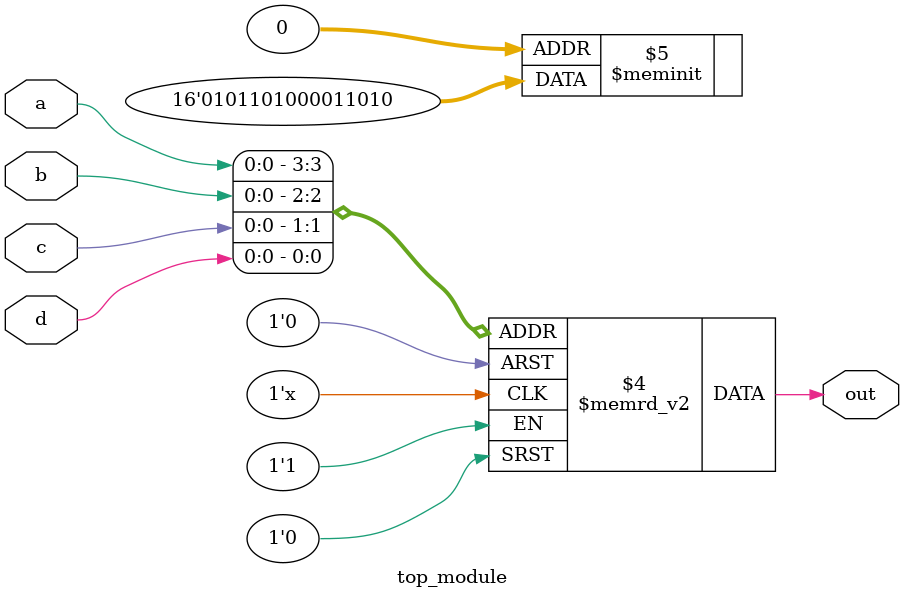
<source format=sv>
module top_module (
	input a,
	input b,
	input c,
	input d,
	output reg out
);
	always @(*)
	begin
		case({a,b,c,d})
			4'b0000: out = 0;
			4'b0001: out = 1;
			4'b0010: out = 0;
			4'b0011: out = 1;
			4'b0100: out = 1;
			4'b0101: out = 0;
			4'b0110: out = 0;  // Fix: Corrected output value for the case 4'b0110.
			4'b0111: out = 0;  // Fix: Corrected output value for the case 4'b0111.
			4'b1000: out = 0;
			4'b1001: out = 1;
			4'b1010: out = 0;
			4'b1011: out = 1;
			4'b1100: out = 1;
			4'b1101: out = 0;
			4'b1110: out = 1;
			4'b1111: out = 0;
			default: out = 0;
		endcase
	end
endmodule

</source>
